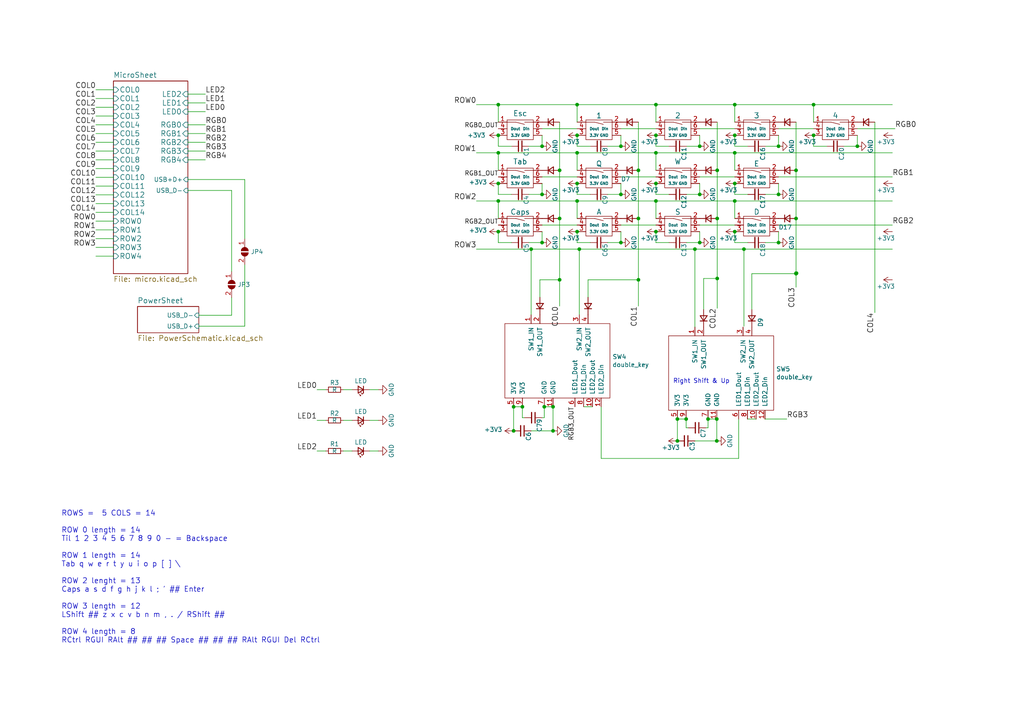
<source format=kicad_sch>
(kicad_sch (version 20211123) (generator eeschema)
  (paper "A4")
  (lib_symbols
    (symbol "Device:C_Small" (pin_numbers hide) (pin_names (offset 0.254) hide)
      (property "Reference" "C" (at 0.254 1.778 0))
      (property "Value" "C_Small" (at 0.254 -2.032 0))
      (symbol "C_Small_0_1"
        (polyline (pts (xy -1.524 -0.508) (xy 1.524 -0.508)) (stroke (width 0.3302)))
        (polyline (pts (xy -1.524 0.508) (xy 1.524 0.508)) (stroke (width 0.3048)))
      )
      (symbol "C_Small_1_1"
        (pin passive line (at 0 2.54 270) (length 2.032) (name "~") (number "1"))
        (pin passive line (at 0 -2.54 90) (length 2.032) (name "~") (number "2"))
      )
    )
    (symbol "Device:D_Small" (pin_numbers hide) (pin_names (offset 0.254) hide)
      (property "Reference" "D" (at -1.27 2.032 0))
      (property "Value" "D_Small" (at -3.81 -2.032 0))
      (symbol "D_Small_0_1"
        (polyline (pts (xy -0.762 -1.016) (xy -0.762 1.016)) (stroke (width 0.254)))
        (polyline (pts (xy -0.762 0) (xy 0.762 0)))
        (polyline (pts (xy 0.762 -1.016) (xy -0.762 0) (xy 0.762 1.016) (xy 0.762 -1.016)) (stroke (width 0.254)))
      )
      (symbol "D_Small_1_1"
        (pin passive line (at -2.54 0 0) (length 1.778) (name "K") (number "1"))
        (pin passive line (at 2.54 0 180) (length 1.778) (name "A") (number "2"))
      )
    )
    (symbol "Device:LED_Small" (pin_numbers hide) (pin_names (offset 0.254) hide)
      (property "Reference" "D" (at -1.27 3.175 0))
      (property "Value" "LED_Small" (at -4.445 -2.54 0))
      (symbol "LED_Small_0_1"
        (polyline (pts (xy -0.762 -1.016) (xy -0.762 1.016)) (stroke (width 0.254)))
        (polyline (pts (xy 1.016 0) (xy -0.762 0)))
        (polyline (pts (xy 0.762 -1.016) (xy -0.762 0) (xy 0.762 1.016) (xy 0.762 -1.016)) (stroke (width 0.254)))
        (polyline (pts (xy 0 0.762) (xy -0.508 1.27) (xy -0.254 1.27) (xy -0.508 1.27) (xy -0.508 1.016)))
        (polyline (pts (xy 0.508 1.27) (xy 0 1.778) (xy 0.254 1.778) (xy 0 1.778) (xy 0 1.524)))
      )
      (symbol "LED_Small_1_1"
        (pin passive line (at -2.54 0 0) (length 1.778) (name "K") (number "1"))
        (pin passive line (at 2.54 0 180) (length 1.778) (name "A") (number "2"))
      )
    )
    (symbol "Device:R_Small" (pin_numbers hide) (pin_names (offset 0.254) hide)
      (property "Reference" "R" (at 0.762 0.508 0))
      (property "Value" "R_Small" (at 0.762 -1.016 0))
      (symbol "R_Small_0_1"
        (rectangle (start -0.762 1.778) (end 0.762 -1.778) (stroke (width 0.2032)))
      )
      (symbol "R_Small_1_1"
        (pin passive line (at 0 2.54 270) (length 0.762) (name "~") (number "1"))
        (pin passive line (at 0 -2.54 90) (length 0.762) (name "~") (number "2"))
      )
    )
    (symbol "FullKeyboardV1-cache:+3.3V" (power) (pin_names (offset 0))
      (property "Value" "+3.3V" (at 0 3.556 0))
      (symbol "+3.3V_0_1"
        (polyline (pts (xy -0.762 1.27) (xy 0 2.54)))
        (polyline (pts (xy 0 0) (xy 0 2.54)))
        (polyline (pts (xy 0 2.54) (xy 0.762 1.27)))
      )
      (symbol "+3.3V_1_1"
        (pin power_in line (at 0 0 90) (length 0) hide (name "+3V3") (number "1"))
      )
    )
    (symbol "Jumper:SolderJumper_2_Open" (pin_names (offset 0) hide)
      (property "Reference" "JP" (at 0 2.032 0))
      (property "Value" "SolderJumper_2_Open" (at 0 -2.54 0))
      (symbol "SolderJumper_2_Open_0_1"
        (arc (start -0.254 1.016) (mid -1.27 0) (end -0.254 -1.016))
        (arc (start -0.254 1.016) (mid -1.27 0) (end -0.254 -1.016) (fill (type outline)))
        (polyline (pts (xy -0.254 1.016) (xy -0.254 -1.016)))
        (polyline (pts (xy 0.254 1.016) (xy 0.254 -1.016)))
        (arc (start 0.254 -1.016) (mid 1.27 0) (end 0.254 1.016))
        (arc (start 0.254 -1.016) (mid 1.27 0) (end 0.254 1.016) (fill (type outline)))
      )
      (symbol "SolderJumper_2_Open_1_1"
        (pin passive line (at -3.81 0 0) (length 2.54) (name "A") (number "1"))
        (pin passive line (at 3.81 0 180) (length 2.54) (name "B") (number "2"))
      )
    )
    (symbol "keyboard:LED_SWITCH" (pin_names (offset 1.016))
      (property "Reference" "SW" (at 0 5.08 0))
      (symbol "LED_SWITCH_0_1"
        (rectangle (start -3.81 0.635) (end 3.81 -5.08))
        (polyline (pts (xy -3.81 0) (xy -1.27 0)))
        (polyline (pts (xy -1.27 0) (xy 1.27 -0.635)))
        (polyline (pts (xy 1.27 0) (xy 3.81 0)))
      )
      (symbol "LED_SWITCH_1_1"
        (pin input line (at -6.35 0 0) (length 2.54) (name "~") (number "1"))
        (pin input line (at 6.35 0 180) (length 2.54) (name "~") (number "2"))
        (pin power_in line (at -6.35 -3.81 0) (length 2.54) (name "3.3V") (number "3"))
        (pin input line (at -6.35 -1.905 0) (length 2.54) (name "Dout") (number "4"))
        (pin input line (at 6.35 -3.81 180) (length 2.54) (name "GND") (number "5"))
        (pin input line (at 6.35 -1.905 180) (length 2.54) (name "Din") (number "6"))
      )
    )
    (symbol "keyboard:double_key" (pin_names (offset 1.016))
      (property "Reference" "SW" (at 3.81 16.51 0))
      (property "Value" "double_key" (at -11.43 19.05 0))
      (symbol "double_key_0_1"
        (rectangle (start 15.24 -11.43) (end -15.24 10.16))
      )
      (symbol "double_key_1_1"
        (pin input line (at -7.62 12.7 270) (length 2.54) (name "SW1_IN") (number "1"))
        (pin input line (at 10.16 -13.97 90) (length 2.54) (name "LED2_Dout") (number "10"))
        (pin input line (at -1.27 -13.97 90) (length 2.54) (name "GND") (number "11"))
        (pin input line (at 12.7 -13.97 90) (length 2.54) (name "LED2_Din") (number "12"))
        (pin input line (at -5.08 12.7 270) (length 2.54) (name "SW1_OUT") (number "2"))
        (pin input line (at 6.35 12.7 270) (length 2.54) (name "SW2_IN") (number "3"))
        (pin input line (at 8.89 12.7 270) (length 2.54) (name "SW2_OUT") (number "4"))
        (pin input line (at -12.7 -13.97 90) (length 2.54) (name "3V3") (number "5"))
        (pin input line (at 5.08 -13.97 90) (length 2.54) (name "LED1_Dout") (number "6"))
        (pin input line (at -3.81 -13.97 90) (length 2.54) (name "GND") (number "7"))
        (pin input line (at 7.62 -13.97 90) (length 2.54) (name "LED1_Din") (number "8"))
        (pin input line (at -10.16 -13.97 90) (length 2.54) (name "3V3") (number "9"))
      )
    )
    (symbol "power:+3.3V" (power) (pin_names (offset 0))
      (property "Value" "+3.3V" (at 0 3.556 0))
      (symbol "+3.3V_0_1"
        (polyline (pts (xy -0.762 1.27) (xy 0 2.54)))
        (polyline (pts (xy 0 0) (xy 0 2.54)))
        (polyline (pts (xy 0 2.54) (xy 0.762 1.27)))
      )
      (symbol "+3.3V_1_1"
        (pin power_in line (at 0 0 90) (length 0) hide (name "+3V3") (number "1"))
      )
    )
    (symbol "power:GND" (power) (pin_names (offset 0))
      (property "Value" "GND" (at 0 -3.81 0))
      (symbol "GND_0_1"
        (polyline (pts (xy 0 0) (xy 0 -1.27) (xy 1.27 -1.27) (xy 0 -2.54) (xy -1.27 -1.27) (xy 0 -1.27)))
      )
      (symbol "GND_1_1"
        (pin power_in line (at 0 0 270) (length 0) hide (name "GND") (number "1"))
      )
    )
  )
  (junction (at 167.386 39.243))
  (junction (at 144.526 39.243))
  (junction (at 230.886 63.373))
  (junction (at 185.166 49.403))
  (junction (at 144.526 44.323))
  (junction (at 157.226 56.388))
  (junction (at 213.106 67.183))
  (junction (at 207.899 121.539))
  (junction (at 225.806 56.388))
  (junction (at 144.526 53.213))
  (junction (at 248.666 42.418))
  (junction (at 157.226 42.418))
  (junction (at 167.386 30.353))
  (junction (at 148.971 124.968))
  (junction (at 196.469 121.539))
  (junction (at 199.009 121.539))
  (junction (at 167.386 44.323))
  (junction (at 190.246 53.213))
  (junction (at 202.946 56.388))
  (junction (at 190.246 58.293))
  (junction (at 157.226 70.358))
  (junction (at 180.086 70.358))
  (junction (at 151.511 117.983))
  (junction (at 168.021 72.263))
  (junction (at 185.166 81.153))
  (junction (at 213.106 39.243))
  (junction (at 144.526 58.293))
  (junction (at 213.106 58.293))
  (junction (at 167.386 53.213))
  (junction (at 230.886 79.375))
  (junction (at 190.246 30.353))
  (junction (at 208.026 49.403))
  (junction (at 196.469 127.889))
  (junction (at 213.106 44.323))
  (junction (at 208.026 80.772))
  (junction (at 162.306 63.373))
  (junction (at 162.306 49.403))
  (junction (at 208.026 63.373))
  (junction (at 162.306 81.153))
  (junction (at 160.401 117.983))
  (junction (at 144.526 30.353))
  (junction (at 167.386 67.183))
  (junction (at 167.386 58.293))
  (junction (at 148.971 117.983))
  (junction (at 213.106 53.213))
  (junction (at 225.806 42.418))
  (junction (at 180.086 42.418))
  (junction (at 213.106 30.353))
  (junction (at 205.359 121.539))
  (junction (at 235.966 39.243))
  (junction (at 144.526 67.183))
  (junction (at 154.051 72.263))
  (junction (at 201.549 72.263))
  (junction (at 185.166 63.373))
  (junction (at 207.899 127.889))
  (junction (at 202.946 70.358))
  (junction (at 190.246 39.243))
  (junction (at 235.966 30.353))
  (junction (at 230.886 79.248))
  (junction (at 231.013 79.248))
  (junction (at 215.773 72.263))
  (junction (at 202.946 42.418))
  (junction (at 180.086 56.388))
  (junction (at 230.886 49.403))
  (junction (at 225.806 70.358))
  (junction (at 157.861 117.983))
  (junction (at 190.246 67.183))
  (junction (at 190.246 44.323))
  (junction (at 160.401 124.968))
  (wire (pts (xy 225.806 51.308) (xy 258.826 51.308)))
  (wire (pts (xy 54.483 52.07) (xy 70.993 52.07)))
  (wire (pts (xy 185.166 81.153) (xy 185.166 88.773)))
  (wire (pts (xy 202.946 70.358) (xy 202.946 67.183)))
  (wire (pts (xy 54.483 29.845) (xy 59.563 29.845)))
  (wire (pts (xy 54.483 41.275) (xy 59.563 41.275)))
  (wire (pts (xy 199.009 124.079) (xy 199.644 124.079)))
  (wire (pts (xy 190.246 56.388) (xy 194.056 56.388)))
  (wire (pts (xy 27.813 59.055) (xy 32.893 59.055)))
  (wire (pts (xy 27.813 56.515) (xy 32.893 56.515)))
  (wire (pts (xy 99.568 130.81) (xy 102.108 130.81)))
  (wire (pts (xy 167.386 30.353) (xy 190.246 30.353)))
  (wire (pts (xy 215.773 72.263) (xy 258.826 72.263)))
  (wire (pts (xy 201.549 127.889) (xy 207.899 127.889)))
  (wire (pts (xy 153.416 70.358) (xy 157.226 70.358)))
  (wire (pts (xy 167.386 63.373) (xy 167.386 58.293)))
  (wire (pts (xy 144.526 30.353) (xy 167.386 30.353)))
  (wire (pts (xy 204.724 124.079) (xy 205.359 124.079)))
  (wire (pts (xy 225.806 53.213) (xy 225.806 56.388)))
  (wire (pts (xy 144.526 63.373) (xy 144.526 58.293)))
  (wire (pts (xy 213.106 30.353) (xy 235.966 30.353)))
  (wire (pts (xy 167.386 65.278) (xy 157.226 65.278)))
  (wire (pts (xy 190.246 42.418) (xy 194.056 42.418)))
  (wire (pts (xy 157.226 42.418) (xy 157.226 39.243)))
  (wire (pts (xy 221.869 121.539) (xy 228.219 121.539)))
  (wire (pts (xy 27.813 64.135) (xy 32.893 64.135)))
  (wire (pts (xy 190.246 35.433) (xy 190.246 30.353)))
  (wire (pts (xy 230.886 79.248) (xy 231.013 79.248)))
  (wire (pts (xy 213.106 39.243) (xy 213.106 42.418)))
  (wire (pts (xy 218.059 79.375) (xy 230.886 79.375)))
  (wire (pts (xy 27.813 69.215) (xy 32.893 69.215)))
  (wire (pts (xy 205.359 121.539) (xy 207.899 121.539)))
  (wire (pts (xy 167.386 42.418) (xy 171.196 42.418)))
  (wire (pts (xy 144.526 35.433) (xy 144.526 30.353)))
  (wire (pts (xy 190.246 58.293) (xy 213.106 58.293)))
  (wire (pts (xy 174.371 132.969) (xy 174.371 117.983)))
  (wire (pts (xy 248.666 42.418) (xy 248.666 39.243)))
  (wire (pts (xy 202.946 65.278) (xy 213.106 65.278)))
  (wire (pts (xy 225.806 42.418) (xy 225.806 39.243)))
  (wire (pts (xy 54.483 46.355) (xy 59.563 46.355)))
  (wire (pts (xy 230.886 49.403) (xy 230.886 63.373)))
  (wire (pts (xy 215.773 94.615) (xy 215.773 72.263)))
  (wire (pts (xy 201.549 72.263) (xy 215.773 72.263)))
  (wire (pts (xy 202.946 39.243) (xy 202.946 42.418)))
  (wire (pts (xy 204.089 80.772) (xy 208.026 80.772)))
  (wire (pts (xy 157.226 70.358) (xy 157.226 67.183)))
  (wire (pts (xy 94.488 130.81) (xy 91.948 130.81)))
  (wire (pts (xy 213.106 53.213) (xy 213.106 56.388)))
  (wire (pts (xy 180.086 65.278) (xy 190.246 65.278)))
  (wire (pts (xy 170.561 81.153) (xy 185.166 81.153)))
  (wire (pts (xy 199.136 56.388) (xy 202.946 56.388)))
  (wire (pts (xy 180.086 51.308) (xy 190.246 51.308)))
  (wire (pts (xy 171.196 70.358) (xy 167.386 70.358)))
  (wire (pts (xy 59.563 27.305) (xy 54.483 27.305)))
  (wire (pts (xy 156.591 81.153) (xy 162.306 81.153)))
  (wire (pts (xy 208.026 80.772) (xy 208.026 89.408)))
  (wire (pts (xy 151.511 121.158) (xy 152.146 121.158)))
  (wire (pts (xy 167.386 56.388) (xy 171.196 56.388)))
  (wire (pts (xy 27.813 36.195) (xy 32.893 36.195)))
  (wire (pts (xy 67.183 86.36) (xy 67.183 91.44)))
  (wire (pts (xy 199.136 70.358) (xy 202.946 70.358)))
  (wire (pts (xy 219.329 121.539) (xy 216.789 121.539)))
  (wire (pts (xy 208.026 49.403) (xy 208.026 63.373)))
  (wire (pts (xy 225.806 37.338) (xy 235.966 37.338)))
  (wire (pts (xy 208.026 35.433) (xy 208.026 49.403)))
  (wire (pts (xy 157.226 121.158) (xy 157.861 121.158)))
  (wire (pts (xy 107.188 130.81) (xy 109.728 130.81)))
  (wire (pts (xy 202.946 56.388) (xy 202.946 53.213)))
  (wire (pts (xy 185.166 63.373) (xy 185.166 81.153)))
  (wire (pts (xy 199.009 121.539) (xy 199.009 124.079)))
  (wire (pts (xy 213.106 56.388) (xy 216.916 56.388)))
  (wire (pts (xy 213.106 49.403) (xy 213.106 44.323)))
  (wire (pts (xy 221.996 70.358) (xy 225.806 70.358)))
  (wire (pts (xy 167.386 49.403) (xy 167.386 44.323)))
  (wire (pts (xy 162.306 49.403) (xy 162.306 63.373)))
  (wire (pts (xy 235.966 30.353) (xy 235.966 35.433)))
  (wire (pts (xy 214.249 132.969) (xy 174.371 132.969)))
  (wire (pts (xy 160.401 117.983) (xy 160.401 124.968)))
  (wire (pts (xy 190.246 44.323) (xy 213.106 44.323)))
  (wire (pts (xy 230.886 79.248) (xy 230.886 79.375)))
  (wire (pts (xy 27.813 38.735) (xy 32.893 38.735)))
  (wire (pts (xy 207.899 127.889) (xy 207.899 121.539)))
  (wire (pts (xy 208.026 63.373) (xy 208.026 80.772)))
  (wire (pts (xy 27.813 43.815) (xy 32.893 43.815)))
  (wire (pts (xy 253.746 35.433) (xy 253.746 90.678)))
  (wire (pts (xy 144.526 42.418) (xy 144.526 39.243)))
  (wire (pts (xy 230.886 63.373) (xy 230.886 79.248)))
  (wire (pts (xy 151.511 117.983) (xy 151.511 121.158)))
  (wire (pts (xy 176.276 42.418) (xy 180.086 42.418)))
  (wire (pts (xy 204.089 89.789) (xy 204.089 80.772)))
  (wire (pts (xy 213.106 70.358) (xy 216.916 70.358)))
  (wire (pts (xy 154.051 91.313) (xy 154.051 72.263)))
  (wire (pts (xy 27.813 51.435) (xy 32.893 51.435)))
  (wire (pts (xy 190.246 63.373) (xy 190.246 58.293)))
  (wire (pts (xy 148.336 70.358) (xy 144.526 70.358)))
  (wire (pts (xy 214.249 121.539) (xy 214.249 132.969)))
  (wire (pts (xy 27.813 61.595) (xy 32.893 61.595)))
  (wire (pts (xy 225.806 70.358) (xy 225.806 67.183)))
  (wire (pts (xy 205.359 124.079) (xy 205.359 121.539)))
  (wire (pts (xy 225.806 65.278) (xy 258.826 65.278)))
  (wire (pts (xy 107.188 121.92) (xy 109.728 121.92)))
  (wire (pts (xy 185.166 35.433) (xy 185.166 49.403)))
  (wire (pts (xy 157.226 51.308) (xy 167.386 51.308)))
  (wire (pts (xy 167.386 44.323) (xy 190.246 44.323)))
  (wire (pts (xy 180.086 70.358) (xy 176.276 70.358)))
  (wire (pts (xy 213.106 44.323) (xy 258.826 44.323)))
  (wire (pts (xy 144.526 70.358) (xy 144.526 67.183)))
  (wire (pts (xy 59.563 43.815) (xy 54.483 43.815)))
  (wire (pts (xy 94.488 121.92) (xy 91.948 121.92)))
  (wire (pts (xy 235.966 30.353) (xy 258.826 30.353)))
  (wire (pts (xy 70.993 52.07) (xy 70.993 69.215)))
  (wire (pts (xy 59.563 32.385) (xy 54.483 32.385)))
  (wire (pts (xy 190.246 30.353) (xy 213.106 30.353)))
  (wire (pts (xy 244.856 42.418) (xy 248.666 42.418)))
  (wire (pts (xy 27.813 71.755) (xy 32.893 71.755)))
  (wire (pts (xy 170.561 86.233) (xy 170.561 81.153)))
  (wire (pts (xy 99.568 121.92) (xy 102.108 121.92)))
  (wire (pts (xy 138.176 72.263) (xy 154.051 72.263)))
  (wire (pts (xy 213.106 63.373) (xy 213.106 58.293)))
  (wire (pts (xy 213.106 35.433) (xy 213.106 30.353)))
  (wire (pts (xy 202.946 42.418) (xy 199.136 42.418)))
  (wire (pts (xy 27.813 46.355) (xy 32.893 46.355)))
  (wire (pts (xy 167.386 58.293) (xy 190.246 58.293)))
  (wire (pts (xy 148.971 124.968) (xy 148.971 117.983)))
  (wire (pts (xy 160.401 124.968) (xy 154.051 124.968)))
  (wire (pts (xy 235.966 42.418) (xy 239.776 42.418)))
  (wire (pts (xy 196.469 121.539) (xy 196.469 127.889)))
  (wire (pts (xy 57.658 94.615) (xy 70.993 94.615)))
  (wire (pts (xy 167.386 53.213) (xy 167.386 56.388)))
  (wire (pts (xy 138.176 30.353) (xy 144.526 30.353)))
  (wire (pts (xy 151.511 117.983) (xy 148.971 117.983)))
  (wire (pts (xy 148.336 42.418) (xy 144.526 42.418)))
  (wire (pts (xy 213.106 42.418) (xy 216.916 42.418)))
  (wire (pts (xy 218.059 79.375) (xy 218.059 89.789)))
  (wire (pts (xy 70.993 76.835) (xy 70.993 94.615)))
  (wire (pts (xy 107.188 113.03) (xy 109.728 113.03)))
  (wire (pts (xy 144.526 56.388) (xy 144.526 53.213)))
  (wire (pts (xy 67.183 91.44) (xy 57.658 91.44)))
  (wire (pts (xy 213.106 67.183) (xy 213.106 70.358)))
  (wire (pts (xy 190.246 67.183) (xy 190.246 70.358)))
  (wire (pts (xy 27.813 48.895) (xy 32.893 48.895)))
  (wire (pts (xy 27.813 26.035) (xy 32.893 26.035)))
  (wire (pts (xy 171.831 117.983) (xy 169.291 117.983)))
  (wire (pts (xy 190.246 39.243) (xy 190.246 42.418)))
  (wire (pts (xy 190.246 49.403) (xy 190.246 44.323)))
  (wire (pts (xy 59.563 38.735) (xy 54.483 38.735)))
  (wire (pts (xy 221.996 42.418) (xy 225.806 42.418)))
  (wire (pts (xy 201.549 72.263) (xy 201.549 94.869)))
  (wire (pts (xy 162.306 81.153) (xy 162.306 88.773)))
  (wire (pts (xy 225.806 56.388) (xy 221.996 56.388)))
  (wire (pts (xy 190.246 53.213) (xy 190.246 56.388)))
  (wire (pts (xy 154.051 72.263) (xy 168.021 72.263)))
  (wire (pts (xy 27.813 31.115) (xy 32.893 31.115)))
  (wire (pts (xy 156.591 86.233) (xy 156.591 81.153)))
  (wire (pts (xy 27.813 33.655) (xy 32.893 33.655)))
  (wire (pts (xy 180.086 56.388) (xy 180.086 53.213)))
  (wire (pts (xy 153.416 42.418) (xy 157.226 42.418)))
  (wire (pts (xy 190.246 70.358) (xy 194.056 70.358)))
  (wire (pts (xy 153.416 56.388) (xy 157.226 56.388)))
  (wire (pts (xy 27.813 53.975) (xy 32.893 53.975)))
  (wire (pts (xy 27.813 41.275) (xy 32.893 41.275)))
  (wire (pts (xy 27.813 28.575) (xy 32.893 28.575)))
  (wire (pts (xy 168.021 72.263) (xy 201.549 72.263)))
  (wire (pts (xy 27.813 66.675) (xy 32.893 66.675)))
  (wire (pts (xy 157.226 56.388) (xy 157.226 53.213)))
  (wire (pts (xy 157.861 117.983) (xy 160.401 117.983)))
  (wire (pts (xy 54.483 36.195) (xy 59.563 36.195)))
  (wire (pts (xy 248.666 37.338) (xy 259.588 37.338)))
  (wire (pts (xy 27.813 74.295) (xy 32.893 74.295)))
  (wire (pts (xy 180.086 42.418) (xy 180.086 39.243)))
  (wire (pts (xy 180.086 37.338) (xy 190.246 37.338)))
  (wire (pts (xy 230.886 79.375) (xy 230.886 83.312)))
  (wire (pts (xy 157.861 121.158) (xy 157.861 117.983)))
  (wire (pts (xy 202.946 51.308) (xy 213.106 51.308)))
  (wire (pts (xy 168.021 91.313) (xy 168.021 72.263)))
  (wire (pts (xy 99.568 113.03) (xy 102.108 113.03)))
  (wire (pts (xy 167.386 39.243) (xy 167.386 42.418)))
  (wire (pts (xy 213.106 58.293) (xy 258.826 58.293)))
  (wire (pts (xy 148.336 56.388) (xy 144.526 56.388)))
  (wire (pts (xy 144.526 44.323) (xy 167.386 44.323)))
  (wire (pts (xy 138.176 58.293) (xy 144.526 58.293)))
  (wire (pts (xy 185.166 49.403) (xy 185.166 63.373)))
  (wire (pts (xy 180.086 67.183) (xy 180.086 70.358)))
  (wire (pts (xy 157.226 37.338) (xy 167.386 37.338)))
  (wire (pts (xy 167.386 70.358) (xy 167.386 67.183)))
  (wire (pts (xy 94.488 113.03) (xy 91.948 113.03)))
  (wire (pts (xy 235.966 39.243) (xy 235.966 42.418)))
  (wire (pts (xy 176.276 56.388) (xy 180.086 56.388)))
  (wire (pts (xy 138.176 44.323) (xy 144.526 44.323)))
  (wire (pts (xy 162.306 63.373) (xy 162.306 81.153)))
  (wire (pts (xy 196.469 121.539) (xy 199.009 121.539)))
  (wire (pts (xy 230.886 35.433) (xy 230.886 49.403)))
  (wire (pts (xy 144.526 49.403) (xy 144.526 44.323)))
  (wire (pts (xy 67.183 55.245) (xy 67.183 78.74)))
  (wire (pts (xy 54.483 55.245) (xy 67.183 55.245)))
  (wire (pts (xy 202.946 37.338) (xy 213.106 37.338)))
  (wire (pts (xy 144.526 58.293) (xy 167.386 58.293)))
  (wire (pts (xy 167.386 35.433) (xy 167.386 30.353)))
  (wire (pts (xy 162.306 35.433) (xy 162.306 49.403)))
  (text "Right Shift & Up" (at 195.199 111.379 0) (effects (font (size 1.27 1.27)) (justify left bottom)))
  (text "ROWS =  5 COLS = 14\n\nROW 0 length = 14\nTil 1 2 3 4 5 6 7 8 9 0 - = Backspace\n\nROW 1 length = 14\nTab q w e r t y u i o p [ ] \\\n\nROW 2 lenght = 13\nCaps a s d f g h j k l ; ' ## Enter\n\nROW 3 length = 12\nLShift ## z x c v b n m , . / RShift ##\n\nROW 4 length = 8\nRCtrl RGUI RAlt ## ## ## Space ## ## ## RAlt RGUI Del RCtrl" (at 17.78 186.69 0) (effects (font (size 1.524 1.524)) (justify left bottom)))
  (label "RGB2" (at 258.826 65.278 0) (effects (font (size 1.524 1.524))))
  (label "LED0" (at 59.563 32.385 0) (effects (font (size 1.524 1.524))))
  (label "COL8" (at 27.813 46.355 180) (effects (font (size 1.524 1.524))))
  (label "COL4" (at 27.813 36.195 180) (effects (font (size 1.524 1.524))))
  (label "COL1" (at 27.813 28.575 180) (effects (font (size 1.524 1.524))))
  (label "ROW2" (at 138.176 58.293 180) (effects (font (size 1.524 1.524))))
  (label "ROW1" (at 27.813 66.675 180) (effects (font (size 1.524 1.524))))
  (label "RGB1" (at 258.826 51.308 0) (effects (font (size 1.524 1.524))))
  (label "RGB3" (at 228.219 121.539 0) (effects (font (size 1.524 1.524))))
  (label "ROW0" (at 27.813 64.135 180) (effects (font (size 1.524 1.524))))
  (label "COL4" (at 253.746 90.678 270) (effects (font (size 1.524 1.524))))
  (label "RGB0_OUT" (at 144.526 37.338 180))
  (label "ROW3" (at 27.813 71.755 180) (effects (font (size 1.524 1.524))))
  (label "LED1" (at 91.948 121.92 180) (effects (font (size 1.524 1.524))))
  (label "COL12" (at 27.813 56.515 180) (effects (font (size 1.524 1.524))))
  (label "COL1" (at 185.166 88.773 270) (effects (font (size 1.524 1.524))))
  (label "COL3" (at 230.886 83.312 270) (effects (font (size 1.524 1.524))))
  (label "COL5" (at 27.813 38.735 180) (effects (font (size 1.524 1.524))))
  (label "COL3" (at 27.813 33.655 180) (effects (font (size 1.524 1.524))))
  (label "RGB2_OUT" (at 144.526 65.278 180))
  (label "RGB1" (at 59.563 38.735 0) (effects (font (size 1.524 1.524))))
  (label "RGB1_OUT" (at 144.526 51.308 180))
  (label "LED0" (at 91.948 113.03 180) (effects (font (size 1.524 1.524))))
  (label "COL11" (at 27.813 53.975 180) (effects (font (size 1.524 1.524))))
  (label "COL6" (at 27.813 41.275 180) (effects (font (size 1.524 1.524))))
  (label "COL13" (at 27.813 59.055 180) (effects (font (size 1.524 1.524))))
  (label "LED1" (at 59.563 29.845 0) (effects (font (size 1.524 1.524))))
  (label "LED2" (at 91.948 130.81 180) (effects (font (size 1.524 1.524))))
  (label "COL14" (at 27.813 61.595 180) (effects (font (size 1.524 1.524))))
  (label "COL0" (at 27.813 26.035 180) (effects (font (size 1.524 1.524))))
  (label "RGB0" (at 59.563 36.195 0) (effects (font (size 1.524 1.524))))
  (label "RGB3" (at 59.563 43.815 0) (effects (font (size 1.524 1.524))))
  (label "ROW1" (at 138.176 44.323 180) (effects (font (size 1.524 1.524))))
  (label "RGB4" (at 59.563 46.355 0) (effects (font (size 1.524 1.524))))
  (label "COL2" (at 208.026 89.408 270) (effects (font (size 1.524 1.524))))
  (label "ROW3" (at 138.176 72.263 180) (effects (font (size 1.524 1.524))))
  (label "COL2" (at 27.813 31.115 180) (effects (font (size 1.524 1.524))))
  (label "RGB0" (at 259.588 37.338 0) (effects (font (size 1.524 1.524))))
  (label "RGB3_OUT" (at 166.751 117.983 270))
  (label "COL10" (at 27.813 51.435 180) (effects (font (size 1.524 1.524))))
  (label "ROW0" (at 138.176 30.353 180) (effects (font (size 1.524 1.524))))
  (label "COL0" (at 162.306 88.773 270) (effects (font (size 1.524 1.524))))
  (label "LED2" (at 59.563 27.305 0) (effects (font (size 1.524 1.524))))
  (label "COL7" (at 27.813 43.815 180) (effects (font (size 1.524 1.524))))
  (label "RGB2" (at 59.563 41.275 0) (effects (font (size 1.524 1.524))))
  (label "COL9" (at 27.813 48.895 180) (effects (font (size 1.524 1.524))))
  (label "ROW2" (at 27.813 69.215 180) (effects (font (size 1.524 1.524))))
  (symbol (lib_id "Device:LED_Small") (at 104.648 130.81 180) (unit 1)
    (property "Reference" "D70" (effects hide))
    (property "Value" "LED" (at 104.648 128.27 0))
    (property "Footprint" "LED_SMD:LED_0603_1608Metric" (effects hide))
  )
  (symbol (lib_id "Device:LED_Small") (at 104.648 121.92 180) (unit 1)
    (property "Reference" "D71" (effects hide))
    (property "Value" "LED" (at 104.648 119.38 0))
    (property "Footprint" "LED_SMD:LED_0603_1608Metric" (effects hide))
  )
  (symbol (lib_id "Device:LED_Small") (at 104.648 113.03 180) (unit 1)
    (property "Reference" "D72" (effects hide))
    (property "Value" "LED" (at 104.648 110.49 0))
    (property "Footprint" "LED_SMD:LED_0603_1608Metric" (effects hide))
  )
  (symbol (lib_id "Device:R_Small") (at 97.028 130.81 90) (unit 1)
    (property "Reference" "R1" (at 97.028 128.778 90))
    (property "Value" "R" (at 97.028 130.81 90))
    (property "Footprint" "Resistor_SMD:R_0603_1608Metric" (effects hide))
  )
  (symbol (lib_id "Device:R_Small") (at 97.028 121.92 90) (unit 1)
    (property "Reference" "R2" (at 97.028 119.888 90))
    (property "Value" "R" (at 97.028 121.92 90))
    (property "Footprint" "Resistor_SMD:R_0603_1608Metric" (effects hide))
  )
  (symbol (lib_id "Device:R_Small") (at 97.028 113.03 90) (unit 1)
    (property "Reference" "R3" (at 97.028 110.998 90))
    (property "Value" "R" (at 97.028 113.03 90))
    (property "Footprint" "Resistor_SMD:R_0603_1608Metric" (effects hide))
  )
  (symbol (lib_id "power:GND") (at 109.728 130.81 90) (unit 1)
    (property "Reference" "#PWR01" (effects hide))
    (property "Value" "GND" (at 113.538 130.81 0))
  )
  (symbol (lib_id "power:GND") (at 109.728 121.92 90) (unit 1)
    (property "Reference" "#PWR02" (effects hide))
    (property "Value" "GND" (at 113.538 121.92 0))
  )
  (symbol (lib_id "power:GND") (at 109.728 113.03 90) (unit 1)
    (property "Reference" "#PWR03" (effects hide))
    (property "Value" "GND" (at 113.538 113.03 0))
  )
  (symbol (lib_id "Device:C_Small") (at 196.596 56.388 270) (unit 1)
    (property "Reference" "C12" (at 198.374 56.642 0) (effects (justify left)))
    (property "Value" "C_Small" (effects hide))
    (property "Footprint" "Capacitor_SMD:C_0603_1608Metric" (effects hide))
  )
  (symbol (lib_id "Device:C_Small") (at 173.736 56.388 270) (unit 1)
    (property "Reference" "C9" (at 175.514 56.642 0) (effects (justify left)))
    (property "Value" "C_Small" (effects hide))
    (property "Footprint" "Capacitor_SMD:C_0603_1608Metric" (effects hide))
  )
  (symbol (lib_id "Device:C_Small") (at 173.736 42.418 270) (unit 1)
    (property "Reference" "C8" (at 175.514 42.672 0) (effects (justify left)))
    (property "Value" "C_Small" (effects hide))
    (property "Footprint" "Capacitor_SMD:C_0603_1608Metric" (effects hide))
  )
  (symbol (lib_id "Device:C_Small") (at 196.596 42.418 270) (unit 1)
    (property "Reference" "C11" (at 198.374 42.672 0) (effects (justify left)))
    (property "Value" "C_Small" (effects hide))
    (property "Footprint" "Capacitor_SMD:C_0603_1608Metric" (effects hide))
  )
  (symbol (lib_id "Device:C_Small") (at 219.456 42.418 270) (unit 1)
    (property "Reference" "C16" (at 221.234 42.672 0) (effects (justify left)))
    (property "Value" "C_Small" (effects hide))
    (property "Footprint" "Capacitor_SMD:C_0603_1608Metric" (effects hide))
  )
  (symbol (lib_id "Device:C_Small") (at 219.456 56.388 270) (unit 1)
    (property "Reference" "C17" (at 221.234 56.642 0) (effects (justify left)))
    (property "Value" "C_Small" (effects hide))
    (property "Footprint" "Capacitor_SMD:C_0603_1608Metric" (effects hide))
  )
  (symbol (lib_id "Device:C_Small") (at 219.456 70.358 270) (unit 1)
    (property "Reference" "C18" (at 221.234 70.612 0) (effects (justify left)))
    (property "Value" "C_Small" (effects hide))
    (property "Footprint" "Capacitor_SMD:C_0603_1608Metric" (effects hide))
  )
  (symbol (lib_id "Device:C_Small") (at 196.596 70.358 270) (unit 1)
    (property "Reference" "C13" (at 198.374 70.612 0) (effects (justify left)))
    (property "Value" "C_Small" (effects hide))
    (property "Footprint" "Capacitor_SMD:C_0603_1608Metric" (effects hide))
  )
  (symbol (lib_id "Device:C_Small") (at 151.511 124.968 270) (unit 1)
    (property "Reference" "C6" (at 153.289 125.222 0) (effects (justify left)))
    (property "Value" "C_Small" (effects hide))
    (property "Footprint" "Capacitor_SMD:C_0603_1608Metric" (effects hide))
  )
  (symbol (lib_id "Device:C_Small") (at 150.876 70.358 270) (unit 1)
    (property "Reference" "C5" (at 152.654 70.612 0) (effects (justify left)))
    (property "Value" "C_Small" (effects hide))
    (property "Footprint" "Capacitor_SMD:C_0603_1608Metric" (effects hide))
  )
  (symbol (lib_id "Device:C_Small") (at 150.876 56.388 270) (unit 1)
    (property "Reference" "C4" (at 152.654 56.642 0) (effects (justify left)))
    (property "Value" "C_Small" (effects hide))
    (property "Footprint" "Capacitor_SMD:C_0603_1608Metric" (effects hide))
  )
  (symbol (lib_id "Device:C_Small") (at 150.876 42.418 270) (unit 1)
    (property "Reference" "C1" (at 152.654 42.672 0) (effects (justify left)))
    (property "Value" "C_Small" (effects hide))
    (property "Footprint" "Capacitor_SMD:C_0603_1608Metric" (effects hide))
  )
  (symbol (lib_id "Device:C_Small") (at 242.316 42.418 270) (unit 1)
    (property "Reference" "C20" (at 244.094 42.672 0) (effects (justify left)))
    (property "Value" "C_Small" (effects hide))
    (property "Footprint" "Capacitor_SMD:C_0603_1608Metric" (effects hide))
  )
  (symbol (lib_id "power:GND") (at 157.226 42.418 90) (unit 1)
    (property "Reference" "#PWR067" (effects hide))
    (property "Value" "GND" (at 161.036 42.418 0))
  )
  (symbol (lib_id "Device:C_Small") (at 173.736 70.358 270) (unit 1)
    (property "Reference" "C65" (at 175.514 70.612 0) (effects (justify left)))
    (property "Value" "C_Small" (effects hide))
    (property "Footprint" "Capacitor_SMD:C_0603_1608Metric" (effects hide))
  )
  (symbol (lib_id "power:+3.3V") (at 144.526 39.243 90) (unit 1)
    (property "Reference" "#PWR0134" (effects hide))
    (property "Value" "+3.3V" (at 138.176 39.243 90))
  )
  (symbol (lib_id "keyboard:LED_SWITCH") (at 150.876 35.433 0) (unit 1)
    (property "Reference" "SW1" (effects hide))
    (property "Value" "Esc" (at 150.876 32.893 0) (effects (font (size 1.524 1.524))))
    (property "Footprint" "keyboard:RGB_CHERRY_PCB_100H_HOTSWAP" (effects hide))
  )
  (symbol (lib_id "Device:D_Small") (at 159.766 35.433 0) (unit 1)
    (property "Reference" "D1" (effects hide))
    (property "Value" "D_Small" (effects hide))
    (property "Footprint" "Diode_SMD:D_SOD-123" (effects hide))
  )
  (symbol (lib_id "keyboard:LED_SWITCH") (at 173.736 35.433 0) (unit 1)
    (property "Reference" "SW6" (effects hide))
    (property "Value" "1" (at 173.736 33.528 0) (effects (font (size 1.524 1.524))))
    (property "Footprint" "keyboard:RGB_CHERRY_PCB_100H_HOTSWAP" (effects hide))
  )
  (symbol (lib_id "Device:D_Small") (at 182.626 35.433 0) (unit 1)
    (property "Reference" "D6" (effects hide))
    (property "Value" "D_Small" (effects hide))
    (property "Footprint" "Diode_SMD:D_SOD-123" (effects hide))
  )
  (symbol (lib_id "keyboard:LED_SWITCH") (at 196.596 35.433 0) (unit 1)
    (property "Reference" "SW10" (effects hide))
    (property "Value" "2" (at 196.596 33.528 0) (effects (font (size 1.524 1.524))))
    (property "Footprint" "keyboard:RGB_CHERRY_PCB_100H_HOTSWAP" (effects hide))
  )
  (symbol (lib_id "Device:D_Small") (at 205.486 35.433 0) (unit 1)
    (property "Reference" "D10" (effects hide))
    (property "Value" "D_Small" (effects hide))
    (property "Footprint" "Diode_SMD:D_SOD-123" (effects hide))
  )
  (symbol (lib_id "keyboard:LED_SWITCH") (at 219.456 35.433 0) (unit 1)
    (property "Reference" "SW15" (effects hide))
    (property "Value" "3" (at 219.456 33.528 0) (effects (font (size 1.524 1.524))))
    (property "Footprint" "keyboard:RGB_CHERRY_PCB_100H_HOTSWAP" (effects hide))
  )
  (symbol (lib_id "Device:D_Small") (at 228.346 35.433 0) (unit 1)
    (property "Reference" "D15" (effects hide))
    (property "Value" "D_Small" (effects hide))
    (property "Footprint" "Diode_SMD:D_SOD-123" (effects hide))
  )
  (symbol (lib_id "keyboard:LED_SWITCH") (at 242.316 35.433 0) (unit 1)
    (property "Reference" "SW19" (effects hide))
    (property "Value" "4" (at 242.316 33.528 0) (effects (font (size 1.524 1.524))))
    (property "Footprint" "keyboard:RGB_CHERRY_PCB_100H_HOTSWAP" (effects hide))
  )
  (symbol (lib_id "Device:D_Small") (at 251.206 35.433 0) (unit 1)
    (property "Reference" "D19" (effects hide))
    (property "Value" "D_Small" (effects hide))
    (property "Footprint" "Diode_SMD:D_SOD-123" (effects hide))
  )
  (symbol (lib_id "keyboard:LED_SWITCH") (at 150.876 49.403 0) (unit 1)
    (property "Reference" "SW2" (effects hide))
    (property "Value" "Tab" (at 150.876 46.863 0) (effects (font (size 1.524 1.524))))
    (property "Footprint" "keyboard:RGB_CHERRY_PCB_150H_HOTSWAP" (effects hide))
  )
  (symbol (lib_id "Device:D_Small") (at 159.766 49.403 0) (unit 1)
    (property "Reference" "D2" (effects hide))
    (property "Value" "D_Small" (effects hide))
    (property "Footprint" "Diode_SMD:D_SOD-123" (effects hide))
  )
  (symbol (lib_id "keyboard:LED_SWITCH") (at 173.736 49.403 0) (unit 1)
    (property "Reference" "SW7" (effects hide))
    (property "Value" "Q" (at 173.736 47.498 0) (effects (font (size 1.524 1.524))))
    (property "Footprint" "keyboard:RGB_CHERRY_PCB_100H_HOTSWAP" (effects hide))
  )
  (symbol (lib_id "Device:D_Small") (at 182.626 49.403 0) (unit 1)
    (property "Reference" "D7" (at 180.086 51.943 0) (effects (justify left)))
    (property "Value" "D_Small" (effects hide))
    (property "Footprint" "Diode_SMD:D_SOD-123" (effects hide))
  )
  (symbol (lib_id "keyboard:LED_SWITCH") (at 196.596 49.403 0) (unit 1)
    (property "Reference" "SW11" (effects hide))
    (property "Value" "W" (at 196.596 46.863 0) (effects (font (size 1.524 1.524))))
    (property "Footprint" "keyboard:RGB_CHERRY_PCB_100H_HOTSWAP" (effects hide))
  )
  (symbol (lib_id "Device:D_Small") (at 205.486 49.403 0) (unit 1)
    (property "Reference" "D11" (effects hide))
    (property "Value" "D_Small" (effects hide))
    (property "Footprint" "Diode_SMD:D_SOD-123" (effects hide))
  )
  (symbol (lib_id "keyboard:LED_SWITCH") (at 219.456 49.403 0) (unit 1)
    (property "Reference" "SW16" (effects hide))
    (property "Value" "E" (at 219.456 47.498 0) (effects (font (size 1.524 1.524))))
    (property "Footprint" "keyboard:RGB_CHERRY_PCB_100H_HOTSWAP" (effects hide))
  )
  (symbol (lib_id "Device:D_Small") (at 228.346 49.403 0) (unit 1)
    (property "Reference" "D16" (effects hide))
    (property "Value" "D_Small" (effects hide))
    (property "Footprint" "Diode_SMD:D_SOD-123" (effects hide))
  )
  (symbol (lib_id "keyboard:LED_SWITCH") (at 150.876 63.373 0) (unit 1)
    (property "Reference" "SW3" (effects hide))
    (property "Value" "Caps" (at 150.876 61.468 0) (effects (font (size 1.524 1.524))))
    (property "Footprint" "keyboard:RGB_CHERRY_PCB_175H_HOTSWAP" (effects hide))
  )
  (symbol (lib_id "Device:D_Small") (at 159.766 63.373 0) (unit 1)
    (property "Reference" "D3" (effects hide))
    (property "Value" "D_Small" (effects hide))
    (property "Footprint" "Diode_SMD:D_SOD-123" (effects hide))
  )
  (symbol (lib_id "keyboard:LED_SWITCH") (at 173.736 63.373 0) (unit 1)
    (property "Reference" "SW8" (effects hide))
    (property "Value" "A" (at 173.736 61.468 0) (effects (font (size 1.524 1.524))))
    (property "Footprint" "keyboard:RGB_CHERRY_PCB_100H_HOTSWAP" (effects hide))
  )
  (symbol (lib_id "Device:D_Small") (at 182.626 63.373 0) (unit 1)
    (property "Reference" "D8" (effects hide))
    (property "Value" "D_Small" (effects hide))
    (property "Footprint" "Diode_SMD:D_SOD-123" (effects hide))
  )
  (symbol (lib_id "keyboard:LED_SWITCH") (at 196.596 63.373 0) (unit 1)
    (property "Reference" "SW12" (effects hide))
    (property "Value" "S" (at 196.596 61.468 0) (effects (font (size 1.524 1.524))))
    (property "Footprint" "keyboard:RGB_CHERRY_PCB_100H_HOTSWAP" (effects hide))
  )
  (symbol (lib_id "Device:D_Small") (at 205.486 63.373 0) (unit 1)
    (property "Reference" "D12" (effects hide))
    (property "Value" "D_Small" (effects hide))
    (property "Footprint" "Diode_SMD:D_SOD-123" (effects hide))
  )
  (symbol (lib_id "keyboard:LED_SWITCH") (at 219.456 63.373 0) (unit 1)
    (property "Reference" "SW17" (effects hide))
    (property "Value" "D" (at 219.456 61.468 0) (effects (font (size 1.524 1.524))))
    (property "Footprint" "keyboard:RGB_CHERRY_PCB_100H_HOTSWAP" (effects hide))
  )
  (symbol (lib_id "Device:D_Small") (at 228.346 63.373 0) (unit 1)
    (property "Reference" "D17" (at 225.806 65.913 0) (effects (justify left)))
    (property "Value" "D_Small" (effects hide))
    (property "Footprint" "Diode_SMD:D_SOD-123" (effects hide))
  )
  (symbol (lib_id "Device:D_Small") (at 156.591 88.773 90) (unit 1)
    (property "Reference" "D4" (effects hide))
    (property "Value" "D_Small" (effects hide))
    (property "Footprint" "Diode_SMD:D_SOD-123" (effects hide))
  )
  (symbol (lib_id "power:GND") (at 157.226 70.358 90) (unit 1)
    (property "Reference" "#PWR04" (effects hide))
    (property "Value" "GND" (at 161.036 70.358 0))
  )
  (symbol (lib_id "power:GND") (at 160.401 124.968 90) (unit 1)
    (property "Reference" "#PWR05" (effects hide))
    (property "Value" "GND" (at 164.211 124.968 0))
  )
  (symbol (lib_id "power:GND") (at 225.806 70.358 90) (unit 1)
    (property "Reference" "#PWR013" (effects hide))
    (property "Value" "GND" (at 229.616 70.358 0))
  )
  (symbol (lib_id "power:GND") (at 202.946 70.358 90) (unit 1)
    (property "Reference" "#PWR014" (effects hide))
    (property "Value" "GND" (at 206.756 70.358 0))
  )
  (symbol (lib_id "power:GND") (at 180.086 70.358 90) (unit 1)
    (property "Reference" "#PWR015" (effects hide))
    (property "Value" "GND" (at 183.896 70.358 0))
  )
  (symbol (lib_id "power:GND") (at 157.226 56.388 90) (unit 1)
    (property "Reference" "#PWR016" (effects hide))
    (property "Value" "GND" (at 161.036 56.388 0))
  )
  (symbol (lib_id "power:GND") (at 180.086 56.388 90) (unit 1)
    (property "Reference" "#PWR017" (effects hide))
    (property "Value" "GND" (at 183.896 56.388 0))
  )
  (symbol (lib_id "power:GND") (at 202.946 56.388 90) (unit 1)
    (property "Reference" "#PWR018" (effects hide))
    (property "Value" "GND" (at 206.756 56.388 0))
  )
  (symbol (lib_id "power:GND") (at 225.806 56.388 90) (unit 1)
    (property "Reference" "#PWR019" (effects hide))
    (property "Value" "GND" (at 229.616 56.388 0))
  )
  (symbol (lib_id "power:GND") (at 202.946 42.418 90) (unit 1)
    (property "Reference" "#PWR056" (effects hide))
    (property "Value" "GND" (at 206.756 42.418 0))
  )
  (symbol (lib_id "power:GND") (at 225.806 42.418 90) (unit 1)
    (property "Reference" "#PWR057" (effects hide))
    (property "Value" "GND" (at 229.616 42.418 0))
  )
  (symbol (lib_id "power:GND") (at 248.666 42.418 90) (unit 1)
    (property "Reference" "#PWR058" (effects hide))
    (property "Value" "GND" (at 252.476 42.418 0))
  )
  (symbol (lib_id "power:GND") (at 180.086 42.418 90) (unit 1)
    (property "Reference" "#PWR064" (effects hide))
    (property "Value" "GND" (at 183.896 42.418 0))
  )
  (symbol (lib_id "Device:D_Small") (at 170.561 88.773 90) (unit 1)
    (property "Reference" "D77" (effects hide))
    (property "Value" "D_Small" (effects hide))
    (property "Footprint" "Diode_SMD:D_SOD-123" (effects hide))
  )
  (symbol (lib_id "Device:C_Small") (at 154.686 121.158 270) (unit 1)
    (property "Reference" "C79" (at 156.464 121.412 0) (effects (justify left)))
    (property "Value" "C_Small" (effects hide))
    (property "Footprint" "Capacitor_SMD:C_0603_1608Metric" (effects hide))
  )
  (symbol (lib_id "Jumper:SolderJumper_2_Open") (at 67.183 82.55 270) (unit 1)
    (property "Reference" "JP3" (at 68.9102 82.55 90) (effects (justify left)))
    (property "Value" "SolderJumper_2_Open" (effects hide))
    (property "Footprint" "Jumper:SolderJumper-2_P1.3mm_Open_RoundedPad1.0x1.5mm" (effects hide))
  )
  (symbol (lib_id "Jumper:SolderJumper_2_Open") (at 70.993 73.025 270) (unit 1)
    (property "Reference" "JP4" (at 72.7202 73.025 90) (effects (justify left)))
    (property "Value" "SolderJumper_2_Open" (effects hide))
    (property "Footprint" "Jumper:SolderJumper-2_P1.3mm_Open_RoundedPad1.0x1.5mm" (effects hide))
  )
  (symbol (lib_id "keyboard:double_key") (at 161.671 104.013 0) (unit 1)
    (property "Reference" "SW4" (at 177.6222 103.4796 0) (effects (justify left)))
    (property "Value" "double_key" (at 177.6222 105.791 0) (effects (justify left)))
    (property "Footprint" "keyboard:RGB_CHERRY_SHIFT_ROW_LEFT" (effects hide))
  )
  (symbol (lib_id "power:+3.3V") (at 167.386 39.243 90) (unit 1)
    (property "Reference" "#PWR0101" (effects hide))
    (property "Value" "+3.3V" (at 165.481 41.148 90))
  )
  (symbol (lib_id "FullKeyboardV1-cache:+3.3V") (at 144.526 67.183 90) (unit 1)
    (property "Reference" "#PWR0102" (effects hide))
    (property "Value" "+3.3V" (at 141.2748 66.802 90) (effects (justify left)))
  )
  (symbol (lib_id "FullKeyboardV1-cache:+3.3V") (at 144.526 53.213 90) (unit 1)
    (property "Reference" "#PWR0103" (effects hide))
    (property "Value" "+3.3V" (at 141.2748 52.832 90) (effects (justify left)))
  )
  (symbol (lib_id "FullKeyboardV1-cache:+3.3V") (at 148.971 124.968 90) (unit 1)
    (property "Reference" "#PWR0104" (effects hide))
    (property "Value" "+3.3V" (at 145.7198 124.587 90) (effects (justify left)))
  )
  (symbol (lib_id "power:+3.3V") (at 167.386 53.213 90) (unit 1)
    (property "Reference" "#PWR0105" (effects hide))
    (property "Value" "+3.3V" (at 165.481 55.118 90))
  )
  (symbol (lib_id "power:+3.3V") (at 167.386 67.183 90) (unit 1)
    (property "Reference" "#PWR0106" (effects hide))
    (property "Value" "+3.3V" (at 165.481 69.088 90))
  )
  (symbol (lib_id "power:+3.3V") (at 190.246 67.183 90) (unit 1)
    (property "Reference" "#PWR0108" (effects hide))
    (property "Value" "+3.3V" (at 188.341 69.088 90))
  )
  (symbol (lib_id "power:+3.3V") (at 190.246 53.213 90) (unit 1)
    (property "Reference" "#PWR0109" (effects hide))
    (property "Value" "+3.3V" (at 188.341 55.118 90))
  )
  (symbol (lib_id "power:+3.3V") (at 190.246 39.243 90) (unit 1)
    (property "Reference" "#PWR0110" (effects hide))
    (property "Value" "+3.3V" (at 188.341 41.148 90))
  )
  (symbol (lib_id "power:+3.3V") (at 213.106 39.243 90) (unit 1)
    (property "Reference" "#PWR0111" (effects hide))
    (property "Value" "+3.3V" (at 211.201 41.148 90))
  )
  (symbol (lib_id "power:+3.3V") (at 213.106 53.213 90) (unit 1)
    (property "Reference" "#PWR0112" (effects hide))
    (property "Value" "+3.3V" (at 211.201 55.118 90))
  )
  (symbol (lib_id "power:+3.3V") (at 213.106 67.183 90) (unit 1)
    (property "Reference" "#PWR0113" (effects hide))
    (property "Value" "+3.3V" (at 211.201 69.088 90))
  )
  (symbol (lib_id "power:+3.3V") (at 235.966 39.243 90) (unit 1)
    (property "Reference" "#PWR0118" (effects hide))
    (property "Value" "+3.3V" (at 234.061 41.148 90))
  )
  (symbol (lib_id "power:+3.3V") (at 258.826 81.153 90) (unit 1)
    (property "Reference" "#PWR0119" (effects hide))
    (property "Value" "+3.3V" (at 256.921 83.058 90))
  )
  (symbol (lib_id "power:+3.3V") (at 258.826 67.183 90) (unit 1)
    (property "Reference" "#PWR0120" (effects hide))
    (property "Value" "+3.3V" (at 256.921 69.088 90))
  )
  (symbol (lib_id "power:+3.3V") (at 258.826 53.213 90) (unit 1)
    (property "Reference" "#PWR0121" (effects hide))
    (property "Value" "+3.3V" (at 256.921 55.118 90))
  )
  (symbol (lib_id "power:+3.3V") (at 258.826 39.243 90) (unit 1)
    (property "Reference" "#PWR0122" (effects hide))
    (property "Value" "+3.3V" (at 256.921 41.148 90))
  )
  (symbol (lib_id "power:+3.3V") (at 196.469 127.889 90) (unit 1)
    (property "Reference" "#PWR0114" (effects hide))
    (property "Value" "+3.3V" (at 194.564 129.794 90))
  )
  (symbol (lib_id "Device:D_Small") (at 218.059 92.329 90) (unit 1)
    (property "Reference" "D9" (at 220.599 94.869 0) (effects (justify left)))
    (property "Value" "D_Small" (effects hide))
    (property "Footprint" "Diode_SMD:D_SOD-123" (effects hide))
  )
  (symbol (lib_id "power:GND") (at 207.899 127.889 90) (unit 1)
    (property "Reference" "#PWR0115" (effects hide))
    (property "Value" "GND" (at 211.709 127.889 0))
  )
  (symbol (lib_id "Device:D_Small") (at 204.089 92.329 90) (unit 1)
    (property "Reference" "D5" (effects hide))
    (property "Value" "D_Small" (effects hide))
    (property "Footprint" "Diode_SMD:D_SOD-123" (effects hide))
  )
  (symbol (lib_id "Device:C_Small") (at 199.009 127.889 270) (unit 1)
    (property "Reference" "C3" (at 200.787 128.143 0) (effects (justify left)))
    (property "Value" "C_Small" (effects hide))
    (property "Footprint" "Capacitor_SMD:C_0603_1608Metric" (effects hide))
  )
  (symbol (lib_id "keyboard:double_key") (at 209.169 107.569 0) (unit 1)
    (property "Reference" "SW5" (at 225.1202 107.0356 0) (effects (justify left)))
    (property "Value" "double_key" (at 225.1202 109.347 0) (effects (justify left)))
    (property "Footprint" "keyboard:RGB_CHERRY_SHIFT_RIGHT_2.0" (effects hide))
  )
  (symbol (lib_id "Device:C_Small") (at 202.184 124.079 270) (unit 1)
    (property "Reference" "C7" (at 203.962 124.333 0) (effects (justify left)))
    (property "Value" "C_Small" (effects hide))
    (property "Footprint" "Capacitor_SMD:C_0603_1608Metric" (effects hide))
  )
  (sheet (at 32.893 23.495) (size 21.59 55.88)
    (property "Sheet name" "MicroSheet" (at 32.893 22.6564 0) (effects (font (size 1.524 1.524)) (justify left bottom)))
    (property "Sheet file" "micro.kicad_sch" (at 32.893 80.0612 0) (effects (font (size 1.524 1.524)) (justify left top)))
    (pin "COL0" input (at 32.893 26.035 180) (effects (font (size 1.524 1.524))))
    (pin "COL1" input (at 32.893 28.575 180) (effects (font (size 1.524 1.524))))
    (pin "COL2" input (at 32.893 31.115 180) (effects (font (size 1.524 1.524))))
    (pin "COL3" input (at 32.893 33.655 180) (effects (font (size 1.524 1.524))))
    (pin "COL4" input (at 32.893 36.195 180) (effects (font (size 1.524 1.524))))
    (pin "COL5" input (at 32.893 38.735 180) (effects (font (size 1.524 1.524))))
    (pin "COL6" input (at 32.893 41.275 180) (effects (font (size 1.524 1.524))))
    (pin "COL7" input (at 32.893 43.815 180) (effects (font (size 1.524 1.524))))
    (pin "COL8" input (at 32.893 46.355 180) (effects (font (size 1.524 1.524))))
    (pin "COL9" input (at 32.893 48.895 180) (effects (font (size 1.524 1.524))))
    (pin "COL10" input (at 32.893 51.435 180) (effects (font (size 1.524 1.524))))
    (pin "COL11" input (at 32.893 53.975 180) (effects (font (size 1.524 1.524))))
    (pin "COL12" input (at 32.893 56.515 180) (effects (font (size 1.524 1.524))))
    (pin "COL13" input (at 32.893 59.055 180) (effects (font (size 1.524 1.524))))
    (pin "ROW0" input (at 32.893 64.135 180) (effects (font (size 1.524 1.524))))
    (pin "ROW1" input (at 32.893 66.675 180) (effects (font (size 1.524 1.524))))
    (pin "ROW2" input (at 32.893 69.215 180) (effects (font (size 1.524 1.524))))
    (pin "ROW3" input (at 32.893 71.755 180) (effects (font (size 1.524 1.524))))
    (pin "ROW4" input (at 32.893 74.295 180) (effects (font (size 1.524 1.524))))
    (pin "LED0" input (at 54.483 32.385 0) (effects (font (size 1.524 1.524))))
    (pin "LED1" input (at 54.483 29.845 0) (effects (font (size 1.524 1.524))))
    (pin "LED2" input (at 54.483 27.305 0) (effects (font (size 1.524 1.524))))
    (pin "RGB0" input (at 54.483 36.195 0) (effects (font (size 1.524 1.524))))
    (pin "RGB1" input (at 54.483 38.735 0) (effects (font (size 1.524 1.524))))
    (pin "RGB2" input (at 54.483 41.275 0) (effects (font (size 1.524 1.524))))
    (pin "RGB3" input (at 54.483 43.815 0) (effects (font (size 1.524 1.524))))
    (pin "RGB4" input (at 54.483 46.355 0) (effects (font (size 1.524 1.524))))
    (pin "COL14" input (at 32.893 61.595 180) (effects (font (size 1.524 1.524))))
    (pin "USB_D-" input (at 54.483 55.245 0))
    (pin "USB+D+" input (at 54.483 52.07 0))
  )
  (sheet (at 39.878 88.9) (size 17.78 7.62)
    (property "Sheet name" "PowerSheet" (at 39.878 88.0614 0) (effects (font (size 1.524 1.524)) (justify left bottom)))
    (property "Sheet file" "PowerSchematic.kicad_sch" (at 39.878 97.2062 0) (effects (font (size 1.524 1.524)) (justify left top)))
    (pin "USB_D-" input (at 57.658 91.44 0))
    (pin "USB_D+" input (at 57.658 94.615 0))
  )
)
</source>
